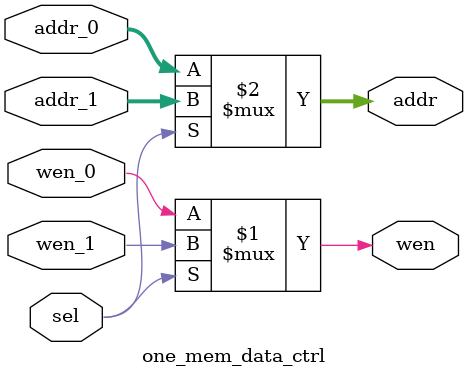
<source format=v>
module one_mem_data_ctrl (
          sel
        , wen_0
        , wen_1
        , addr_0
        , addr_1
        , wen
        , addr
           );

parameter ADDR_WIDTH = 12;

input sel, wen_0, wen_1;
input [ADDR_WIDTH-1 : 0] addr_0, addr_1;

output wen;
output [ADDR_WIDTH-1 : 0] addr;

assign wen = sel ? wen_1 : wen_0;
assign addr = sel ? addr_1 : addr_0;

endmodule

</source>
